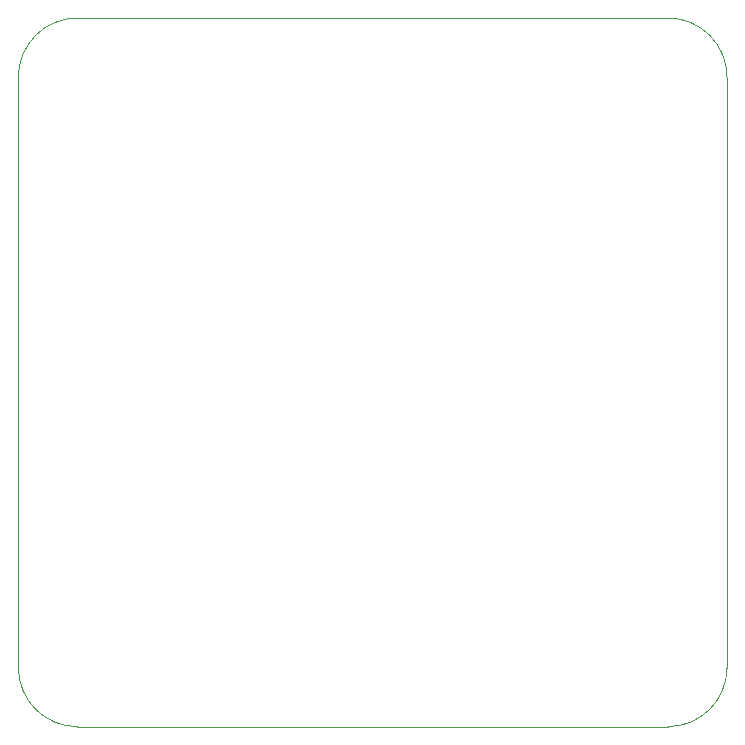
<source format=gbr>
%TF.GenerationSoftware,KiCad,Pcbnew,(7.0.0)*%
%TF.CreationDate,2023-02-20T00:43:47+01:00*%
%TF.ProjectId,led_testjig,6c65645f-7465-4737-946a-69672e6b6963,rev?*%
%TF.SameCoordinates,Original*%
%TF.FileFunction,Profile,NP*%
%FSLAX46Y46*%
G04 Gerber Fmt 4.6, Leading zero omitted, Abs format (unit mm)*
G04 Created by KiCad (PCBNEW (7.0.0)) date 2023-02-20 00:43:47*
%MOMM*%
%LPD*%
G01*
G04 APERTURE LIST*
%TA.AperFunction,Profile*%
%ADD10C,0.100000*%
%TD*%
G04 APERTURE END LIST*
D10*
X175000000Y-70000000D02*
X125000000Y-70000000D01*
X180000000Y-75000000D02*
G75*
G03*
X175000000Y-70000000I-5000000J0D01*
G01*
X120000000Y-75000000D02*
X120000000Y-125000000D01*
X120000000Y-125000000D02*
G75*
G03*
X125000000Y-130000000I5000000J0D01*
G01*
X175000000Y-130000000D02*
G75*
G03*
X180000000Y-125000000I0J5000000D01*
G01*
X125000000Y-130000000D02*
X175000000Y-130000000D01*
X180000000Y-125000000D02*
X180000000Y-75000000D01*
X125000000Y-70000000D02*
G75*
G03*
X120000000Y-75000000I0J-5000000D01*
G01*
M02*

</source>
